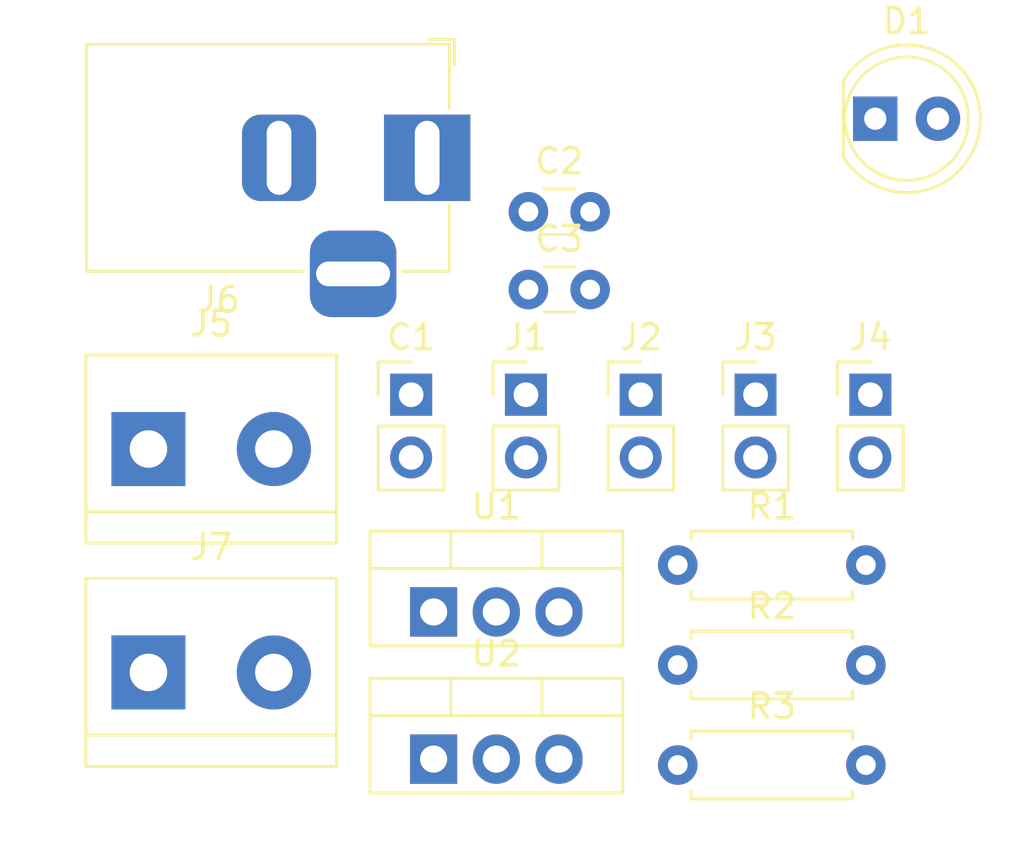
<source format=kicad_pcb>
(kicad_pcb (version 20221018) (generator pcbnew)
  (layers (0 "F.Cu" signal) (31 "B.Cu" signal) (34 "B.Paste" user) (35 "F.Paste" user) (36 "B.SilkS" user "B.Silkscreen") (37 "F.SilkS" user "F.Silkscreen") (38 "B.Mask" user) (39 "F.Mask" user) (44 "Edge.Cuts" user))
  (net 0 "")
  (footprint "Resistor_THT:R_Axial_DIN0207_L6.3mm_D2.5mm_P7.62mm_Horizontal" (layer "F.Cu") (at 142.24 81.28)
    (fp_text reference "R3" (at 3.81 -2.37) (layer "F.SilkS"))
    (fp_text value "560")
    (fp_line (start 0.54 -1.37) (end 7.08 -1.37) (stroke (width 0.12)) (layer "F.SilkS"))
    (fp_line (start 0.54 -1.04) (end 0.54 -1.37) (stroke (width 0.12)) (layer "F.SilkS"))
    (fp_line (start 0.54 1.04) (end 0.54 1.37) (stroke (width 0.12)) (layer "F.SilkS"))
    (fp_line (start 0.54 1.37) (end 7.08 1.37) (stroke (width 0.12)) (layer "F.SilkS"))
    (fp_line (start 7.08 -1.37) (end 7.08 -1.04) (stroke (width 0.12)) (layer "F.SilkS"))
    (fp_line (start 7.08 1.37) (end 7.08 1.04) (stroke (width 0.12)) (layer "F.SilkS"))
    (pad "1" thru_hole circle (at 0 0) (size 1.6 1.6) (drill 0.8) (layers "*.Cu" "*.Mask"))
    (pad "2" thru_hole oval (at 7.62 0) (size 1.6 1.6) (drill 0.8) (layers "*.Cu" "*.Mask"))
  )
  (footprint "Package_TO_SOT_THT:TO-220-3_Vertical" (layer "F.Cu") (at 132.35 75.08)
    (fp_text reference "U1" (at 2.54 -4.27) (layer "F.SilkS"))
    (fp_text value "LM7805_TO220")
    (fp_line (start -2.58 -3.27) (end -2.58 1.371) (stroke (width 0.12)) (layer "F.SilkS"))
    (fp_line (start -2.58 -3.27) (end 7.66 -3.27) (stroke (width 0.12)) (layer "F.SilkS"))
    (fp_line (start -2.58 -1.76) (end 7.66 -1.76) (stroke (width 0.12)) (layer "F.SilkS"))
    (fp_line (start -2.58 1.371) (end 7.66 1.371) (stroke (width 0.12)) (layer "F.SilkS"))
    (fp_line (start 0.69 -3.27) (end 0.69 -1.76) (stroke (width 0.12)) (layer "F.SilkS"))
    (fp_line (start 4.391 -3.27) (end 4.391 -1.76) (stroke (width 0.12)) (layer "F.SilkS"))
    (fp_line (start 7.66 -3.27) (end 7.66 1.371) (stroke (width 0.12)) (layer "F.SilkS"))
    (pad "1" thru_hole rect (at 0 0) (size 1.905 2) (drill 1.1) (layers "*.Cu" "*.Mask"))
    (pad "2" thru_hole oval (at 2.54 0) (size 1.905 2) (drill 1.1) (layers "*.Cu" "*.Mask"))
    (pad "3" thru_hole oval (at 5.08 0) (size 1.905 2) (drill 1.1) (layers "*.Cu" "*.Mask"))
  )
  (footprint "Connector_PinHeader_2.54mm:PinHeader_1x02_P2.54mm_Vertical" (layer "F.Cu") (at 145.39 66.28)
    (fp_text reference "J3" (at 0 -2.33) (layer "F.SilkS"))
    (fp_text value "Conn_01x03_Pin")
    (fp_line (start -1.33 -1.33) (end 0 -1.33) (stroke (width 0.12)) (layer "F.SilkS"))
    (fp_line (start -1.33 0) (end -1.33 -1.33) (stroke (width 0.12)) (layer "F.SilkS"))
    (fp_line (start -1.33 1.27) (end -1.33 3.87) (stroke (width 0.12)) (layer "F.SilkS"))
    (fp_line (start -1.33 1.27) (end 1.33 1.27) (stroke (width 0.12)) (layer "F.SilkS"))
    (fp_line (start -1.33 3.87) (end 1.33 3.87) (stroke (width 0.12)) (layer "F.SilkS"))
    (fp_line (start 1.33 1.27) (end 1.33 3.87) (stroke (width 0.12)) (layer "F.SilkS"))
    (pad "1" thru_hole rect (at 0 0) (size 1.7 1.7) (drill 1) (layers "*.Cu" "*.Mask"))
    (pad "2" thru_hole oval (at 0 2.54) (size 1.7 1.7) (drill 1) (layers "*.Cu" "*.Mask"))
  )
  (footprint "Connector_PinHeader_2.54mm:PinHeader_1x02_P2.54mm_Vertical" (layer "F.Cu") (at 131.44 66.28)
    (fp_text reference "C1" (at 0 -2.33) (layer "F.SilkS"))
    (fp_text value "10u")
    (fp_line (start -1.33 -1.33) (end 0 -1.33) (stroke (width 0.12)) (layer "F.SilkS"))
    (fp_line (start -1.33 0) (end -1.33 -1.33) (stroke (width 0.12)) (layer "F.SilkS"))
    (fp_line (start -1.33 1.27) (end -1.33 3.87) (stroke (width 0.12)) (layer "F.SilkS"))
    (fp_line (start -1.33 1.27) (end 1.33 1.27) (stroke (width 0.12)) (layer "F.SilkS"))
    (fp_line (start -1.33 3.87) (end 1.33 3.87) (stroke (width 0.12)) (layer "F.SilkS"))
    (fp_line (start 1.33 1.27) (end 1.33 3.87) (stroke (width 0.12)) (layer "F.SilkS"))
    (pad "1" thru_hole rect (at 0 0) (size 1.7 1.7) (drill 1) (layers "*.Cu" "*.Mask"))
    (pad "2" thru_hole oval (at 0 2.54) (size 1.7 1.7) (drill 1) (layers "*.Cu" "*.Mask"))
  )
  (footprint "Resistor_THT:R_Axial_DIN0207_L6.3mm_D2.5mm_P7.62mm_Horizontal" (layer "F.Cu") (at 142.24 73.18)
    (fp_text reference "R1" (at 3.81 -2.37) (layer "F.SilkS"))
    (fp_text value "330")
    (fp_line (start 0.54 -1.37) (end 7.08 -1.37) (stroke (width 0.12)) (layer "F.SilkS"))
    (fp_line (start 0.54 -1.04) (end 0.54 -1.37) (stroke (width 0.12)) (layer "F.SilkS"))
    (fp_line (start 0.54 1.04) (end 0.54 1.37) (stroke (width 0.12)) (layer "F.SilkS"))
    (fp_line (start 0.54 1.37) (end 7.08 1.37) (stroke (width 0.12)) (layer "F.SilkS"))
    (fp_line (start 7.08 -1.37) (end 7.08 -1.04) (stroke (width 0.12)) (layer "F.SilkS"))
    (fp_line (start 7.08 1.37) (end 7.08 1.04) (stroke (width 0.12)) (layer "F.SilkS"))
    (pad "1" thru_hole circle (at 0 0) (size 1.6 1.6) (drill 0.8) (layers "*.Cu" "*.Mask"))
    (pad "2" thru_hole oval (at 7.62 0) (size 1.6 1.6) (drill 0.8) (layers "*.Cu" "*.Mask"))
  )
  (footprint "Package_TO_SOT_THT:TO-220-3_Vertical" (layer "F.Cu") (at 132.35 81.04)
    (fp_text reference "U2" (at 2.54 -4.27) (layer "F.SilkS"))
    (fp_text value "LM317_TO-220")
    (fp_line (start -2.58 -3.27) (end -2.58 1.371) (stroke (width 0.12)) (layer "F.SilkS"))
    (fp_line (start -2.58 -3.27) (end 7.66 -3.27) (stroke (width 0.12)) (layer "F.SilkS"))
    (fp_line (start -2.58 -1.76) (end 7.66 -1.76) (stroke (width 0.12)) (layer "F.SilkS"))
    (fp_line (start -2.58 1.371) (end 7.66 1.371) (stroke (width 0.12)) (layer "F.SilkS"))
    (fp_line (start 0.69 -3.27) (end 0.69 -1.76) (stroke (width 0.12)) (layer "F.SilkS"))
    (fp_line (start 4.391 -3.27) (end 4.391 -1.76) (stroke (width 0.12)) (layer "F.SilkS"))
    (fp_line (start 7.66 -3.27) (end 7.66 1.371) (stroke (width 0.12)) (layer "F.SilkS"))
    (pad "1" thru_hole rect (at 0 0) (size 1.905 2) (drill 1.1) (layers "*.Cu" "*.Mask"))
    (pad "2" thru_hole oval (at 2.54 0) (size 1.905 2) (drill 1.1) (layers "*.Cu" "*.Mask"))
    (pad "3" thru_hole oval (at 5.08 0) (size 1.905 2) (drill 1.1) (layers "*.Cu" "*.Mask"))
  )
  (footprint "Capacitor_THT:C_Disc_D3.0mm_W1.6mm_P2.50mm" (layer "F.Cu") (at 136.19 58.87)
    (fp_text reference "C2" (at 1.25 -2.05) (layer "F.SilkS"))
    (fp_text value "0.1u")
    (fp_line (start 0.621 -0.92) (end 1.879 -0.92) (stroke (width 0.12)) (layer "F.SilkS"))
    (fp_line (start 0.621 0.92) (end 1.879 0.92) (stroke (width 0.12)) (layer "F.SilkS"))
    (pad "1" thru_hole circle (at 0 0) (size 1.6 1.6) (drill 0.8) (layers "*.Cu" "*.Mask"))
    (pad "2" thru_hole circle (at 2.5 0) (size 1.6 1.6) (drill 0.8) (layers "*.Cu" "*.Mask"))
  )
  (footprint "Connector_PinHeader_2.54mm:PinHeader_1x02_P2.54mm_Vertical" (layer "F.Cu") (at 140.74 66.28)
    (fp_text reference "J2" (at 0 -2.33) (layer "F.SilkS"))
    (fp_text value "Conn_01x02_Pin")
    (fp_line (start -1.33 -1.33) (end 0 -1.33) (stroke (width 0.12)) (layer "F.SilkS"))
    (fp_line (start -1.33 0) (end -1.33 -1.33) (stroke (width 0.12)) (layer "F.SilkS"))
    (fp_line (start -1.33 1.27) (end -1.33 3.87) (stroke (width 0.12)) (layer "F.SilkS"))
    (fp_line (start -1.33 1.27) (end 1.33 1.27) (stroke (width 0.12)) (layer "F.SilkS"))
    (fp_line (start -1.33 3.87) (end 1.33 3.87) (stroke (width 0.12)) (layer "F.SilkS"))
    (fp_line (start 1.33 1.27) (end 1.33 3.87) (stroke (width 0.12)) (layer "F.SilkS"))
    (pad "1" thru_hole rect (at 0 0) (size 1.7 1.7) (drill 1) (layers "*.Cu" "*.Mask"))
    (pad "2" thru_hole oval (at 0 2.54) (size 1.7 1.7) (drill 1) (layers "*.Cu" "*.Mask"))
  )
  (footprint "Connector_PinHeader_2.54mm:PinHeader_1x02_P2.54mm_Vertical" (layer "F.Cu") (at 136.09 66.28)
    (fp_text reference "J1" (at 0 -2.33) (layer "F.SilkS"))
    (fp_text value "Conn_01x02_Pin")
    (fp_line (start -1.33 -1.33) (end 0 -1.33) (stroke (width 0.12)) (layer "F.SilkS"))
    (fp_line (start -1.33 0) (end -1.33 -1.33) (stroke (width 0.12)) (layer "F.SilkS"))
    (fp_line (start -1.33 1.27) (end -1.33 3.87) (stroke (width 0.12)) (layer "F.SilkS"))
    (fp_line (start -1.33 1.27) (end 1.33 1.27) (stroke (width 0.12)) (layer "F.SilkS"))
    (fp_line (start -1.33 3.87) (end 1.33 3.87) (stroke (width 0.12)) (layer "F.SilkS"))
    (fp_line (start 1.33 1.27) (end 1.33 3.87) (stroke (width 0.12)) (layer "F.SilkS"))
    (pad "1" thru_hole rect (at 0 0) (size 1.7 1.7) (drill 1) (layers "*.Cu" "*.Mask"))
    (pad "2" thru_hole oval (at 0 2.54) (size 1.7 1.7) (drill 1) (layers "*.Cu" "*.Mask"))
  )
  (footprint "Capacitor_THT:C_Disc_D3.0mm_W1.6mm_P2.50mm" (layer "F.Cu") (at 136.19 62.02)
    (fp_text reference "C3" (at 1.25 -2.05) (layer "F.SilkS"))
    (fp_text value "1u")
    (fp_line (start 0.621 -0.92) (end 1.879 -0.92) (stroke (width 0.12)) (layer "F.SilkS"))
    (fp_line (start 0.621 0.92) (end 1.879 0.92) (stroke (width 0.12)) (layer "F.SilkS"))
    (pad "1" thru_hole circle (at 0 0) (size 1.6 1.6) (drill 0.8) (layers "*.Cu" "*.Mask"))
    (pad "2" thru_hole circle (at 2.5 0) (size 1.6 1.6) (drill 0.8) (layers "*.Cu" "*.Mask"))
  )
  (footprint "TerminalBlock:TerminalBlock_bornier-2_P5.08mm" (layer "F.Cu") (at 120.8 68.48)
    (fp_text reference "J5" (at 2.54 -5.08) (layer "F.SilkS"))
    (fp_text value "Screw_Terminal_01x02")
    (fp_line (start -2.54 -3.81) (end -2.54 3.81) (stroke (width 0.12)) (layer "F.SilkS"))
    (fp_line (start -2.54 3.81) (end 7.62 3.81) (stroke (width 0.12)) (layer "F.SilkS"))
    (fp_line (start 7.62 -3.81) (end -2.54 -3.81) (stroke (width 0.12)) (layer "F.SilkS"))
    (fp_line (start 7.62 2.54) (end -2.54 2.54) (stroke (width 0.12)) (layer "F.SilkS"))
    (fp_line (start 7.62 3.81) (end 7.62 -3.81) (stroke (width 0.12)) (layer "F.SilkS"))
    (pad "1" thru_hole rect (at 0 0) (size 3 3) (drill 1.52) (layers "*.Cu" "*.Mask"))
    (pad "2" thru_hole circle (at 5.08 0) (size 3 3) (drill 1.52) (layers "*.Cu" "*.Mask"))
  )
  (footprint "Connector_PinHeader_2.54mm:PinHeader_1x02_P2.54mm_Vertical" (layer "F.Cu") (at 150.04 66.28)
    (fp_text reference "J4" (at 0 -2.33) (layer "F.SilkS"))
    (fp_text value "Conn_01x03_Pin")
    (fp_line (start -1.33 -1.33) (end 0 -1.33) (stroke (width 0.12)) (layer "F.SilkS"))
    (fp_line (start -1.33 0) (end -1.33 -1.33) (stroke (width 0.12)) (layer "F.SilkS"))
    (fp_line (start -1.33 1.27) (end -1.33 3.87) (stroke (width 0.12)) (layer "F.SilkS"))
    (fp_line (start -1.33 1.27) (end 1.33 1.27) (stroke (width 0.12)) (layer "F.SilkS"))
    (fp_line (start -1.33 3.87) (end 1.33 3.87) (stroke (width 0.12)) (layer "F.SilkS"))
    (fp_line (start 1.33 1.27) (end 1.33 3.87) (stroke (width 0.12)) (layer "F.SilkS"))
    (pad "1" thru_hole rect (at 0 0) (size 1.7 1.7) (drill 1) (layers "*.Cu" "*.Mask"))
    (pad "2" thru_hole oval (at 0 2.54) (size 1.7 1.7) (drill 1) (layers "*.Cu" "*.Mask"))
  )
  (footprint "Connector_BarrelJack:BarrelJack_Horizontal" (layer "F.Cu") (at 132.09 56.685)
    (fp_text reference "J6" (at -8.45 5.75) (layer "F.SilkS"))
    (fp_text value "Barrel_Jack_Switch")
    (fp_line (start -13.8 -4.6) (end 0.9 -4.6) (stroke (width 0.12)) (layer "F.SilkS"))
    (fp_line (start -13.8 4.6) (end -13.8 -4.6) (stroke (width 0.12)) (layer "F.SilkS"))
    (fp_line (start -5 4.6) (end -13.8 4.6) (stroke (width 0.12)) (layer "F.SilkS"))
    (fp_line (start 0.05 -4.8) (end 1.1 -4.8) (stroke (width 0.12)) (layer "F.SilkS"))
    (fp_line (start 0.9 -4.6) (end 0.9 -2) (stroke (width 0.12)) (layer "F.SilkS"))
    (fp_line (start 0.9 1.9) (end 0.9 4.6) (stroke (width 0.12)) (layer "F.SilkS"))
    (fp_line (start 0.9 4.6) (end -1 4.6) (stroke (width 0.12)) (layer "F.SilkS"))
    (fp_line (start 1.1 -3.75) (end 1.1 -4.8) (stroke (width 0.12)) (layer "F.SilkS"))
    (pad "1" thru_hole rect (at 0 0) (size 3.5 3.5) (drill oval 1 3) (layers "*.Cu" "*.Mask"))
    (pad "2" thru_hole roundrect (at -6 0) (size 3 3.5) (drill oval 1 3) (layers "*.Cu" "*.Mask"))
    (pad "3" thru_hole roundrect (at -3 4.7) (size 3.5 3.5) (drill oval 3 1) (layers "*.Cu" "*.Mask"))
  )
  (footprint "TerminalBlock:TerminalBlock_bornier-2_P5.08mm" (layer "F.Cu") (at 120.8 77.53)
    (fp_text reference "J7" (at 2.54 -5.08) (layer "F.SilkS"))
    (fp_text value "Screw_Terminal_01x02")
    (fp_line (start -2.54 -3.81) (end -2.54 3.81) (stroke (width 0.12)) (layer "F.SilkS"))
    (fp_line (start -2.54 3.81) (end 7.62 3.81) (stroke (width 0.12)) (layer "F.SilkS"))
    (fp_line (start 7.62 -3.81) (end -2.54 -3.81) (stroke (width 0.12)) (layer "F.SilkS"))
    (fp_line (start 7.62 2.54) (end -2.54 2.54) (stroke (width 0.12)) (layer "F.SilkS"))
    (fp_line (start 7.62 3.81) (end 7.62 -3.81) (stroke (width 0.12)) (layer "F.SilkS"))
    (pad "1" thru_hole rect (at 0 0) (size 3 3) (drill 1.52) (layers "*.Cu" "*.Mask"))
    (pad "2" thru_hole circle (at 5.08 0) (size 3 3) (drill 1.52) (layers "*.Cu" "*.Mask"))
  )
  (footprint "Resistor_THT:R_Axial_DIN0207_L6.3mm_D2.5mm_P7.62mm_Horizontal" (layer "F.Cu") (at 142.24 77.23)
    (fp_text reference "R2" (at 3.81 -2.37) (layer "F.SilkS"))
    (fp_text value "330")
    (fp_line (start 0.54 -1.37) (end 7.08 -1.37) (stroke (width 0.12)) (layer "F.SilkS"))
    (fp_line (start 0.54 -1.04) (end 0.54 -1.37) (stroke (width 0.12)) (layer "F.SilkS"))
    (fp_line (start 0.54 1.04) (end 0.54 1.37) (stroke (width 0.12)) (layer "F.SilkS"))
    (fp_line (start 0.54 1.37) (end 7.08 1.37) (stroke (width 0.12)) (layer "F.SilkS"))
    (fp_line (start 7.08 -1.37) (end 7.08 -1.04) (stroke (width 0.12)) (layer "F.SilkS"))
    (fp_line (start 7.08 1.37) (end 7.08 1.04) (stroke (width 0.12)) (layer "F.SilkS"))
    (pad "1" thru_hole circle (at 0 0) (size 1.6 1.6) (drill 0.8) (layers "*.Cu" "*.Mask"))
    (pad "2" thru_hole oval (at 7.62 0) (size 1.6 1.6) (drill 0.8) (layers "*.Cu" "*.Mask"))
  )
  (footprint "LED_THT:LED_D5.0mm" (layer "F.Cu") (at 150.24 55.1)
    (fp_text reference "D1" (at 1.27 -3.96) (layer "F.SilkS"))
    (fp_text value "LED")
    (fp_line (start -1.29 -1.545) (end -1.29 1.545) (stroke (width 0.12)) (layer "F.SilkS"))
    (fp_arc (start -1.29 -1.54483) (mid 2.072002 -2.880433) (end 4.26 0.000462) (stroke (width 0.12)) (layer "F.SilkS"))
    (fp_arc (start 4.26 -0.000462) (mid 2.072002 2.880433) (end -1.29 1.54483) (stroke (width 0.12)) (layer "F.SilkS"))
    (fp_circle (center 1.27 0) (end 3.77 0) (stroke (width 0.12)) (fill none) (layer "F.SilkS"))
    (pad "1" thru_hole rect (at 0 0) (size 1.8 1.8) (drill 0.9) (layers "*.Cu" "*.Mask"))
    (pad "2" thru_hole circle (at 2.54 0) (size 1.8 1.8) (drill 0.9) (layers "*.Cu" "*.Mask"))
  )
)
</source>
